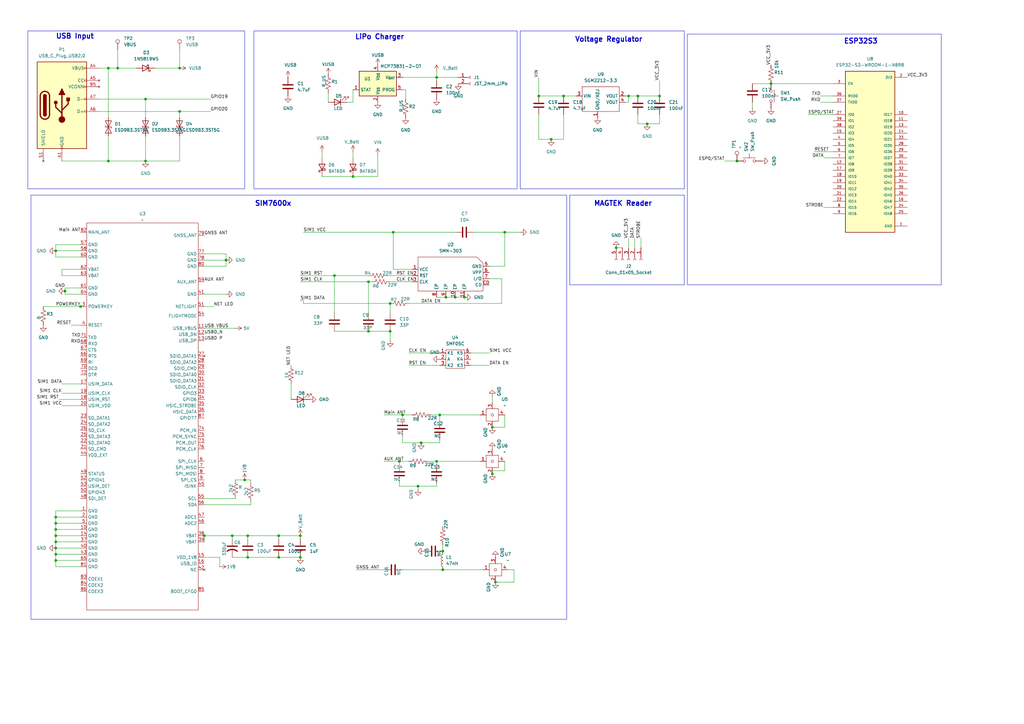
<source format=kicad_sch>
(kicad_sch (version 20250114) (generator "eeschema") (generator_version "9.0")
  (paper "A3")
  (title_block (title "Pos with lcd, magtek reader, esp32s3") (date "2025-12-18") (rev "V1") (company "Nyir"))
  (rectangle (start 213.36 12.7) (end 280.67 77.47))
  (rectangle (start 233.68 80.01) (end 280.67 116.84))
  (rectangle (start 11.43 12.7) (end 100.33 77.47))
  (rectangle (start 12.7 80.01) (end 232.41 254))
  (rectangle (start 281.94 13.97) (end 386.08 116.84))
  (rectangle (start 104.14 12.7) (end 212.09 77.47))
  (text "LiPo Charger" (at 155.702 15.24 0) (effects (font (size 2.032 2.032) (thickness 0.4064) (bold yes))))
  (text "Voltage Regulator\n" (at 249.682 16.256 0) (effects (font (size 2.032 2.032) (thickness 0.4064) (bold yes))))
  (text "ESP32S3\n" (at 353.06 17.018 0) (effects (font (size 2.032 2.032) (thickness 0.4064) (bold yes))))
  (text "MAGTEK Reader\n" (at 255.524 83.566 0) (effects (font (size 2.032 2.032) (thickness 0.4064) (bold yes))))
  (text "SIM7600x\n" (at 112.014 83.566 0) (effects (font (size 2.032 2.032) (thickness 0.4064) (bold yes))))
  (text "USB Input" (at 30.734 14.986 0) (effects (font (size 2.032 2.032) (thickness 0.4064) (bold yes))))
  (junction (at 179.07 189.23))
  (junction (at 182.88 121.92))
  (junction (at 203.2 238.76))
  (junction (at 151.13 115.57))
  (junction (at 83.82 219.71))
  (junction (at 44.45 27.94))
  (junction (at 171.45 199.39))
  (junction (at 48.26 27.94))
  (junction (at 190.5 121.92))
  (junction (at 220.98 39.37))
  (junction (at 302.26 66.04))
  (junction (at 26.67 119.38))
  (junction (at 265.43 50.8))
  (junction (at 163.83 189.23))
  (junction (at 92.71 106.68))
  (junction (at 22.86 224.79))
  (junction (at 252.73 101.6))
  (junction (at 201.93 194.31))
  (junction (at 180.34 170.18))
  (junction (at 172.72 181.61))
  (junction (at 257.81 39.37))
  (junction (at 22.86 219.71))
  (junction (at 22.86 214.63))
  (junction (at 181.61 233.68))
  (junction (at 22.86 217.17))
  (junction (at 144.78 72.39))
  (junction (at 316.23 34.29))
  (junction (at 22.86 222.25))
  (junction (at 201.93 175.26))
  (junction (at 186.69 121.92))
  (junction (at 226.06 57.15))
  (junction (at 22.86 102.87))
  (junction (at 114.3 219.71))
  (junction (at 161.29 95.25))
  (junction (at 22.86 227.33))
  (junction (at 44.45 66.04))
  (junction (at 165.1 170.18))
  (junction (at 59.69 66.04))
  (junction (at 59.69 40.64))
  (junction (at 181.61 226.06))
  (junction (at 270.51 39.37))
  (junction (at 73.66 45.72))
  (junction (at 73.66 27.94))
  (junction (at 151.13 135.89))
  (junction (at 22.86 229.87))
  (junction (at 101.6 228.6))
  (junction (at 160.02 124.46))
  (junction (at 261.62 39.37))
  (junction (at 100.33 196.85))
  (junction (at 179.07 31.75))
  (junction (at 231.14 39.37))
  (junction (at 101.6 219.71))
  (junction (at 207.01 95.25))
  (junction (at 160.02 135.89))
  (junction (at 22.86 212.09))
  (junction (at 33.02 125.73))
  (junction (at 95.25 219.71))
  (junction (at 123.19 228.6))
  (junction (at 114.3 228.6))
  (junction (at 137.16 113.03))
  (junction (at 123.19 219.71))
  (wire (pts (xy 157.48 189.23) (xy 163.83 189.23)))
  (wire (pts (xy 40.64 27.94) (xy 44.45 27.94)))
  (wire (pts (xy 22.86 219.71) (xy 22.86 222.25)))
  (wire (pts (xy 22.86 222.25) (xy 22.86 224.79)))
  (wire (pts (xy 220.98 46.99) (xy 220.98 57.15)))
  (wire (pts (xy 270.51 46.99) (xy 270.51 50.8)))
  (wire (pts (xy 137.16 113.03) (xy 137.16 128.27)))
  (wire (pts (xy 165.1 181.61) (xy 172.72 181.61)))
  (wire (pts (xy 101.6 228.6) (xy 114.3 228.6)))
  (wire (pts (xy 144.78 62.23) (xy 144.78 64.77)))
  (wire (pts (xy 152.4 115.57) (xy 151.13 115.57)))
  (wire (pts (xy 44.45 55.88) (xy 44.45 66.04)))
  (wire (pts (xy 208.28 233.68) (xy 210.82 233.68)))
  (wire (pts (xy 92.71 120.65) (xy 83.82 120.65)))
  (wire (pts (xy 151.13 135.89) (xy 160.02 135.89)))
  (wire (pts (xy 186.69 121.92) (xy 190.5 121.92)))
  (wire (pts (xy 336.55 41.91) (xy 341.63 41.91)))
  (wire (pts (xy 95.25 219.71) (xy 83.82 219.71)))
  (wire (pts (xy 92.71 109.22) (xy 83.82 109.22)))
  (wire (pts (xy 171.45 199.39) (xy 171.45 200.66)))
  (wire (pts (xy 73.66 20.32) (xy 73.66 27.94)))
  (wire (pts (xy 181.61 233.68) (xy 165.1 233.68)))
  (wire (pts (xy 270.51 50.8) (xy 265.43 50.8)))
  (wire (pts (xy 22.86 217.17) (xy 33.02 217.17)))
  (wire (pts (xy 257.81 97.79) (xy 257.81 101.6)))
  (wire (pts (xy 83.82 219.71) (xy 83.82 222.25)))
  (wire (pts (xy 157.48 170.18) (xy 165.1 170.18)))
  (wire (pts (xy 160.02 139.7) (xy 160.02 135.89)))
  (wire (pts (xy 207.01 193.04) (xy 201.93 193.04)))
  (wire (pts (xy 297.18 66.04) (xy 302.26 66.04)))
  (wire (pts (xy 29.21 133.35) (xy 33.02 133.35)))
  (wire (pts (xy 22.86 229.87) (xy 22.86 232.41)))
  (wire (pts (xy 73.66 55.88) (xy 73.66 66.04)))
  (wire (pts (xy 33.02 118.11) (xy 26.67 118.11)))
  (wire (pts (xy 270.51 33.02) (xy 270.51 39.37)))
  (wire (pts (xy 90.17 232.41) (xy 90.17 228.6)))
  (wire (pts (xy 154.94 72.39) (xy 144.78 72.39)))
  (wire (pts (xy 210.82 233.68) (xy 210.82 238.76)))
  (wire (pts (xy 22.86 209.55) (xy 22.86 212.09)))
  (wire (pts (xy 73.66 66.04) (xy 59.69 66.04)))
  (wire (pts (xy 165.1 36.83) (xy 166.37 36.83)))
  (wire (pts (xy 163.83 189.23) (xy 167.64 189.23)))
  (wire (pts (xy 160.02 115.57) (xy 168.91 115.57)))
  (wire (pts (xy 144.78 41.91) (xy 144.78 36.83)))
  (wire (pts (xy 154.94 63.5) (xy 154.94 72.39)))
  (wire (pts (xy 180.34 181.61) (xy 180.34 180.34)))
  (wire (pts (xy 256.54 39.37) (xy 257.81 39.37)))
  (wire (pts (xy 179.07 31.75) (xy 187.96 31.75)))
  (wire (pts (xy 83.82 104.14) (xy 92.71 104.14)))
  (wire (pts (xy 137.16 135.89) (xy 151.13 135.89)))
  (wire (pts (xy 86.36 40.64) (xy 59.69 40.64)))
  (wire (pts (xy 134.62 38.1) (xy 134.62 41.91)))
  (wire (pts (xy 22.86 214.63) (xy 22.86 217.17)))
  (wire (pts (xy 161.29 110.49) (xy 168.91 110.49)))
  (wire (pts (xy 151.13 115.57) (xy 151.13 128.27)))
  (wire (pts (xy 90.17 228.6) (xy 83.82 228.6)))
  (wire (pts (xy 337.82 85.09) (xy 341.63 85.09)))
  (wire (pts (xy 142.24 41.91) (xy 144.78 41.91)))
  (wire (pts (xy 86.36 45.72) (xy 73.66 45.72)))
  (wire (pts (xy 182.88 121.92) (xy 186.69 121.92)))
  (wire (pts (xy 158.75 113.03) (xy 168.91 113.03)))
  (wire (pts (xy 25.4 157.48) (xy 33.02 157.48)))
  (wire (pts (xy 59.69 66.04) (xy 44.45 66.04)))
  (wire (pts (xy 102.87 207.01) (xy 83.82 207.01)))
  (wire (pts (xy 123.19 123.19) (xy 124.46 123.19)))
  (wire (pts (xy 83.82 134.62) (xy 96.52 134.62)))
  (wire (pts (xy 101.6 219.71) (xy 114.3 219.71)))
  (wire (pts (xy 44.45 66.04) (xy 25.4 66.04)))
  (wire (pts (xy 101.6 220.98) (xy 101.6 219.71)))
  (wire (pts (xy 201.93 175.26) (xy 207.01 175.26)))
  (wire (pts (xy 256.54 41.91) (xy 257.81 41.91)))
  (wire (pts (xy 114.3 228.6) (xy 123.19 228.6)))
  (wire (pts (xy 171.45 199.39) (xy 179.07 199.39)))
  (wire (pts (xy 22.86 217.17) (xy 22.86 219.71)))
  (wire (pts (xy 124.46 95.25) (xy 161.29 95.25)))
  (wire (pts (xy 193.04 149.86) (xy 200.66 149.86)))
  (wire (pts (xy 73.66 45.72) (xy 73.66 48.26)))
  (wire (pts (xy 316.23 34.29) (xy 341.63 34.29)))
  (wire (pts (xy 132.08 62.23) (xy 132.08 64.77)))
  (wire (pts (xy 25.4 161.29) (xy 33.02 161.29)))
  (wire (pts (xy 167.64 124.46) (xy 205.74 124.46)))
  (wire (pts (xy 95.25 228.6) (xy 101.6 228.6)))
  (wire (pts (xy 231.14 39.37) (xy 236.22 39.37)))
  (wire (pts (xy 87.63 125.73) (xy 83.82 125.73)))
  (wire (pts (xy 24.13 163.83) (xy 33.02 163.83)))
  (wire (pts (xy 160.02 124.46) (xy 160.02 128.27)))
  (wire (pts (xy 124.46 124.46) (xy 160.02 124.46)))
  (wire (pts (xy 220.98 31.75) (xy 220.98 39.37)))
  (wire (pts (xy 48.26 20.32) (xy 48.26 27.94)))
  (wire (pts (xy 101.6 219.71) (xy 95.25 219.71)))
  (wire (pts (xy 124.46 123.19) (xy 124.46 124.46)))
  (wire (pts (xy 260.35 97.79) (xy 260.35 101.6)))
  (wire (pts (xy 22.86 232.41) (xy 33.02 232.41)))
  (wire (pts (xy 22.86 229.87) (xy 33.02 229.87)))
  (wire (pts (xy 123.19 220.98) (xy 123.19 219.71)))
  (wire (pts (xy 40.64 40.64) (xy 59.69 40.64)))
  (wire (pts (xy 337.82 64.77) (xy 341.63 64.77)))
  (wire (pts (xy 114.3 220.98) (xy 114.3 219.71)))
  (wire (pts (xy 25.4 113.03) (xy 33.02 113.03)))
  (wire (pts (xy 22.86 102.87) (xy 33.02 102.87)))
  (wire (pts (xy 22.86 212.09) (xy 22.86 214.63)))
  (wire (pts (xy 262.89 97.79) (xy 262.89 101.6)))
  (wire (pts (xy 26.67 120.65) (xy 33.02 120.65)))
  (wire (pts (xy 25.4 110.49) (xy 25.4 113.03)))
  (wire (pts (xy 163.83 199.39) (xy 171.45 199.39)))
  (wire (pts (xy 44.45 27.94) (xy 48.26 27.94)))
  (wire (pts (xy 123.19 115.57) (xy 151.13 115.57)))
  (wire (pts (xy 33.02 125.73) (xy 34.29 125.73)))
  (wire (pts (xy 22.86 227.33) (xy 22.86 229.87)))
  (wire (pts (xy 165.1 171.45) (xy 165.1 170.18)))
  (wire (pts (xy 167.64 144.78) (xy 180.34 144.78)))
  (wire (pts (xy 220.98 39.37) (xy 231.14 39.37)))
  (wire (pts (xy 26.67 118.11) (xy 26.67 119.38)))
  (wire (pts (xy 165.1 170.18) (xy 168.91 170.18)))
  (wire (pts (xy 17.78 125.73) (xy 33.02 125.73)))
  (wire (pts (xy 257.81 39.37) (xy 261.62 39.37)))
  (wire (pts (xy 146.05 233.68) (xy 157.48 233.68)))
  (wire (pts (xy 207.01 189.23) (xy 207.01 193.04)))
  (wire (pts (xy 210.82 238.76) (xy 203.2 238.76)))
  (wire (pts (xy 261.62 50.8) (xy 265.43 50.8)))
  (wire (pts (xy 151.13 113.03) (xy 137.16 113.03)))
  (wire (pts (xy 22.86 100.33) (xy 22.86 102.87)))
  (wire (pts (xy 33.02 110.49) (xy 25.4 110.49)))
  (wire (pts (xy 123.19 219.71) (xy 114.3 219.71)))
  (wire (pts (xy 207.01 95.25) (xy 194.31 95.25)))
  (wire (pts (xy 334.01 62.23) (xy 341.63 62.23)))
  (wire (pts (xy 33.02 209.55) (xy 22.86 209.55)))
  (wire (pts (xy 92.71 104.14) (xy 92.71 106.68)))
  (wire (pts (xy 102.87 196.85) (xy 102.87 198.12)))
  (wire (pts (xy 26.67 119.38) (xy 26.67 120.65)))
  (wire (pts (xy 336.55 39.37) (xy 341.63 39.37)))
  (wire (pts (xy 207.01 109.22) (xy 207.01 95.25)))
  (wire (pts (xy 92.71 106.68) (xy 92.71 109.22)))
  (wire (pts (xy 102.87 207.01) (xy 102.87 205.74)))
  (wire (pts (xy 261.62 39.37) (xy 270.51 39.37)))
  (wire (pts (xy 181.61 223.52) (xy 181.61 226.06)))
  (wire (pts (xy 179.07 189.23) (xy 196.85 189.23)))
  (wire (pts (xy 59.69 40.64) (xy 59.69 48.26)))
  (wire (pts (xy 201.93 162.56) (xy 201.93 165.1)))
  (wire (pts (xy 22.86 224.79) (xy 33.02 224.79)))
  (wire (pts (xy 123.19 113.03) (xy 137.16 113.03)))
  (wire (pts (xy 167.64 149.86) (xy 180.34 149.86)))
  (wire (pts (xy 96.52 196.85) (xy 100.33 196.85)))
  (wire (pts (xy 22.86 222.25) (xy 33.02 222.25)))
  (wire (pts (xy 231.14 57.15) (xy 226.06 57.15)))
  (wire (pts (xy 205.74 124.46) (xy 205.74 114.3)))
  (wire (pts (xy 22.86 224.79) (xy 22.86 227.33)))
  (wire (pts (xy 205.74 114.3) (xy 200.66 114.3)))
  (wire (pts (xy 83.82 106.68) (xy 92.71 106.68)))
  (wire (pts (xy 132.08 72.39) (xy 144.78 72.39)))
  (wire (pts (xy 176.53 170.18) (xy 180.34 170.18)))
  (wire (pts (xy 331.47 46.99) (xy 341.63 46.99)))
  (wire (pts (xy 179.07 199.39) (xy 179.07 198.12)))
  (wire (pts (xy 231.14 46.99) (xy 231.14 57.15)))
  (wire (pts (xy 180.34 181.61) (xy 172.72 181.61)))
  (wire (pts (xy 180.34 170.18) (xy 196.85 170.18)))
  (wire (pts (xy 213.36 95.25) (xy 207.01 95.25)))
  (wire (pts (xy 33.02 100.33) (xy 22.86 100.33)))
  (wire (pts (xy 179.07 121.92) (xy 182.88 121.92)))
  (wire (pts (xy 48.26 27.94) (xy 55.88 27.94)))
  (wire (pts (xy 308.61 34.29) (xy 316.23 34.29)))
  (wire (pts (xy 44.45 27.94) (xy 44.45 48.26)))
  (wire (pts (xy 200.66 109.22) (xy 207.01 109.22)))
  (wire (pts (xy 226.06 57.15) (xy 220.98 57.15)))
  (wire (pts (xy 181.61 233.68) (xy 198.12 233.68)))
  (wire (pts (xy 252.73 101.6) (xy 255.27 101.6)))
  (wire (pts (xy 193.04 144.78) (xy 200.66 144.78)))
  (wire (pts (xy 207.01 170.18) (xy 207.01 175.26)))
  (wire (pts (xy 179.07 189.23) (xy 179.07 190.5)))
  (wire (pts (xy 22.86 227.33) (xy 33.02 227.33)))
  (wire (pts (xy 308.61 44.45) (xy 308.61 41.91)))
  (wire (pts (xy 83.82 204.47) (xy 96.52 204.47)))
  (wire (pts (xy 180.34 172.72) (xy 180.34 170.18)))
  (wire (pts (xy 165.1 179.07) (xy 165.1 181.61)))
  (wire (pts (xy 22.86 102.87) (xy 22.86 105.41)))
  (wire (pts (xy 163.83 199.39) (xy 163.83 198.12)))
  (wire (pts (xy 25.4 166.37) (xy 33.02 166.37)))
  (wire (pts (xy 179.07 31.75) (xy 179.07 33.02)))
  (wire (pts (xy 119.38 157.48) (xy 119.38 163.83)))
  (wire (pts (xy 59.69 55.88) (xy 59.69 66.04)))
  (wire (pts (xy 161.29 95.25) (xy 186.69 95.25)))
  (wire (pts (xy 165.1 31.75) (xy 179.07 31.75)))
  (wire (pts (xy 166.37 36.83) (xy 166.37 40.64)))
  (wire (pts (xy 63.5 27.94) (xy 73.66 27.94)))
  (wire (pts (xy 22.86 105.41) (xy 33.02 105.41)))
  (wire (pts (xy 95.25 220.98) (xy 95.25 219.71)))
  (wire (pts (xy 100.33 196.85) (xy 102.87 196.85)))
  (wire (pts (xy 261.62 46.99) (xy 261.62 50.8)))
  (wire (pts (xy 22.86 212.09) (xy 33.02 212.09)))
  (wire (pts (xy 179.07 29.21) (xy 179.07 31.75)))
  (wire (pts (xy 257.81 41.91) (xy 257.81 39.37)))
  (wire (pts (xy 22.86 214.63) (xy 33.02 214.63)))
  (wire (pts (xy 163.83 190.5) (xy 163.83 189.23)))
  (wire (pts (xy 40.64 45.72) (xy 73.66 45.72)))
  (wire (pts (xy 22.86 219.71) (xy 33.02 219.71)))
  (wire (pts (xy 201.93 193.04) (xy 201.93 194.31)))
  (wire (pts (xy 175.26 189.23) (xy 179.07 189.23)))
  (wire (pts (xy 161.29 95.25) (xy 161.29 110.49)))
  (label "RESET" (at 29.21 133.35 180))
  (label "SIM1 VCC" (at 200.66 144.78 0))
  (label "AUX ANT" (at 157.48 189.23 0))
  (label "STROBE" (at 337.82 85.09 180))
  (label "USBD P" (at 83.82 139.7 0))
  (label "SIM1 RST" (at 123.19 113.03 0))
  (label "DATA EN" (at 200.66 149.86 0))
  (label "NET LED" (at 119.38 149.86 90))
  (label "CLK EN" (at 167.64 144.78 0))
  (label "CLK EN" (at 162.56 115.57 0))
  (label "Main ANT" (at 33.02 95.25 180))
  (label "SIM1 DATA" (at 123.19 123.19 0))
  (label "TXD" (at 33.02 138.43 180))
  (label "GND" (at 26.67 118.11 180))
  (label "DATA" (at 337.82 64.77 180))
  (label "GPIO20" (at 86.36 45.72 0))
  (label "GNSS ANT" (at 146.05 233.68 0))
  (label "USB VBUS" (at 83.82 134.62 0))
  (label "" (at 345.44 45.72 270))
  (label "VCC_3V3" (at 316.23 26.67 90))
  (label "RXD" (at 336.55 41.91 180))
  (label "ESP0{slash}STAT" (at 331.47 46.99 0))
  (label "VCC_3V3" (at 270.51 33.02 90))
  (label "ESP0{slash}STAT" (at 297.18 66.04 180))
  (label "NET LED" (at 87.63 125.73 0))
  (label "GNSS ANT" (at 83.82 96.52 0))
  (label "RXD" (at 33.02 140.97 180))
  (label "TXD" (at 336.55 39.37 180))
  (label "AUX ANT" (at 83.82 115.57 0))
  (label "STROBE" (at 262.89 97.79 90))
  (label "Main ANT" (at 157.48 170.18 0))
  (label "DATA" (at 260.35 97.79 90))
  (label "USBD_N" (at 83.82 137.16 0))
  (label "RESET" (at 334.01 62.23 0))
  (label "SIM1 CLK" (at 123.19 115.57 0))
  (label "VCC_3V3" (at 257.81 97.79 90))
  (label "POWERKEY" (at 33.02 125.73 180))
  (label "SIM1 VCC" (at 124.46 95.25 0))
  (label "SIM1 RST" (at 24.13 163.83 180))
  (label "GPIO19" (at 86.36 40.64 0))
  (label "RST EN" (at 162.56 113.03 0))
  (label "VCC_3V3" (at 372.11 31.75 0))
  (label "SIM1 DATA" (at 25.4 157.48 180))
  (label "RST EN" (at 167.64 149.86 0))
  (label "SIM1 VCC" (at 25.4 166.37 180))
  (label "VIN" (at 220.98 31.75 90))
  (label "SIM1 CLK" (at 25.4 161.29 180))
  (label "DATA EN" (at 172.72 124.46 0))
  (symbol (lib_id "Device:C") (at 180.34 176.53 180) (unit 1)
    (property "Reference" "C12" (at 177.8 173.736 0) (effects (justify right)))
    (property "Value" "NC" (at 178.054 178.816 0) (effects (justify right)))
    (property "Footprint" "Capacitor_SMD:C_0805_2012Metric" (effects (hide yes)))
    (property "Description" "Unpolarized capacitor" (effects (hide yes)))
  )
  (symbol (lib_id "power:GND") (at 213.36 95.25 90) (unit 1)
    (property "Reference" "#PWR024" (effects (hide yes)))
    (property "Value" "GND" (at 217.17 95.2499 90) (effects (justify right)))
    (property "Description" "Power symbol creates a global label with name \"GND\" , ground" (effects (hide yes)))
  )
  (symbol (lib_id "power:GND") (at 160.02 139.7 0) (unit 1)
    (property "Reference" "#PWR026" (effects (hide yes)))
    (property "Value" "GND" (at 157.226 139.7 90) (effects (justify right)))
    (property "Description" "Power symbol creates a global label with name \"GND\" , ground" (effects (hide yes)))
  )
  (symbol (lib_id "power:GND") (at 92.71 106.68 90) (unit 1)
    (property "Reference" "#PWR016" (effects (hide yes)))
    (property "Value" "GND" (at 96.52 106.6799 90) (effects (justify right)))
    (property "Description" "Power symbol creates a global label with name \"GND\" , ground" (effects (hide yes)))
  )
  (symbol (lib_id "Connector:Conn_01x02_Socket") (at 193.04 31.75 0) (unit 1)
    (property "Reference" "J1" (at 194.31 31.7499 0) (effects (justify left)))
    (property "Value" "JST_2mm_LiPo" (at 194.31 34.2899 0) (effects (justify left)))
    (property "Footprint" "Connector_TE-Connectivity:TE_440054-2_1x02_P2.00mm_Vertical" (effects (hide yes)))
    (property "Description" "Generic connector, single row, 01x02, script generated" (effects (hide yes)))
  )
  (symbol (lib_id "Connector:TestPoint") (at 302.26 66.04 0) (unit 1)
    (property "Reference" "TP1" (at 300.9899 60.96 90) (effects (justify left)))
    (property "Value" "~" (at 303.5299 60.96 90) (effects (justify left)))
    (property "Description" "test point" (effects (hide yes)))
  )
  (symbol (lib_id "power:VCC") (at 123.19 219.71 0) (unit 1)
    (property "Reference" "#PWR020" (effects (hide yes)))
    (property "Value" "V_Batt" (at 123.19 216.916 90) (effects (justify left)))
    (property "Description" "Power symbol creates a global label with name \"VCC\"" (effects (hide yes)))
  )
  (symbol (lib_id "Device:R_US") (at 156.21 115.57 90) (unit 1)
    (property "Reference" "R6" (at 155.448 117.348 90) (effects (justify left)))
    (property "Value" "22R" (at 162.814 116.84 90) (effects (justify left)))
    (property "Description" "Resistor, US symbol" (effects (hide yes)))
  )
  (symbol (lib_id "power:GND") (at 171.45 200.66 0) (unit 1)
    (property "Reference" "#PWR029" (effects (hide yes)))
    (property "Value" "GND" (at 168.656 200.66 90) (effects (justify right)))
    (property "Description" "Power symbol creates a global label with name \"GND\" , ground" (effects (hide yes)))
  )
  (symbol (lib_id "Device:C") (at 151.13 132.08 180) (unit 1)
    (property "Reference" "C9" (at 148.59 129.286 0) (effects (justify right)))
    (property "Value" "33P" (at 148.844 134.366 0) (effects (justify right)))
    (property "Footprint" "Capacitor_SMD:C_0805_2012Metric" (effects (hide yes)))
    (property "Description" "Unpolarized capacitor" (effects (hide yes)))
  )
  (symbol (lib_id "Device:C") (at 137.16 132.08 180) (unit 1)
    (property "Reference" "C8" (at 128.524 130.048 0) (effects (justify right)))
    (property "Value" "33P" (at 128.524 132.588 0) (effects (justify right)))
    (property "Footprint" "Capacitor_SMD:C_0805_2012Metric" (effects (hide yes)))
    (property "Description" "Unpolarized capacitor" (effects (hide yes)))
  )
  (symbol (lib_id "Device:C") (at 220.98 43.18 0) (unit 1)
    (property "Reference" "C19" (at 224.79 41.9099 0) (effects (justify left)))
    (property "Value" "4.7uF" (at 224.79 44.4499 0) (effects (justify left)))
    (property "Description" "Unpolarized capacitor" (effects (hide yes)))
  )
  (symbol (lib_id "Device:LED") (at 123.19 163.83 180) (unit 1)
    (property "Reference" "D8" (at 123.698 161.29 0))
    (property "Value" "LED" (at 123.444 166.37 0))
    (property "Footprint" "LED_SMD:LED_0805_2012Metric" (effects (hide yes)))
    (property "Description" "Light emitting diode" (effects (hide yes)))
    (property "Sim.Pins" "1=K 2=A" (effects (hide yes)))
  )
  (symbol (lib_id "Diode:ESD9B3.3ST5G") (at 59.69 52.07 90) (unit 1)
    (property "Reference" "D2" (at 62.23 50.7999 90) (effects (justify right)))
    (property "Value" "ESD9B3.3ST5G" (at 62.23 53.3399 90) (effects (justify right)))
    (property "Footprint" "Diode_SMD:D_SOD-923" (effects (hide yes)))
    (property "Datasheet" "https://www.onsemi.com/pub/Collateral/ESD9B-D.PDF" (effects (hide yes)))
    (property "Description" "ESD protection diode, 3.3Vrwm, SOD-923" (effects (hide yes)))
  )
  (symbol (lib_id "power:VCC") (at 154.94 63.5 0) (unit 1)
    (property "Reference" "#PWR043" (effects (hide yes)))
    (property "Value" "VIN" (at 154.94 58.42 0))
    (property "Description" "Power symbol creates a global label with name \"VCC\"" (effects (hide yes)))
  )
  (symbol (lib_id "POSproject:MAGTEK_connector") (at 257.81 106.68 270) (unit 1)
    (property "Reference" "J2" (at 257.81 109.22 90))
    (property "Value" "Conn_01x05_Socket" (at 257.81 111.76 90))
    (property "Footprint" "Connector_Molex:Molex_PicoBlade_53047-0510_1x05_P1.25mm_Vertical" (effects (hide yes)))
    (property "Description" "Generic connector, single row, 01x05, script generated" (effects (hide yes)))
  )
  (symbol (lib_id "Diode:1N5819WS") (at 59.69 27.94 180) (unit 1)
    (property "Reference" "D3" (at 60.0075 21.59 0))
    (property "Value" "1N5819WS" (at 60.0075 24.13 0))
    (property "Footprint" "Diode_SMD:D_SOD-323" (effects (hide yes)))
    (property "Datasheet" "https://datasheet.lcsc.com/lcsc/2204281430_Guangdong-Hottech-1N5819WS_C191023.pdf" (effects (hide yes)))
    (property "Description" "40V 600mV@1A 1A SOD-323 Schottky Barrier Diodes, SOD-323" (effects (hide yes)))
  )
  (symbol (lib_id "power:GND") (at 201.93 194.31 0) (unit 1)
    (property "Reference" "#PWR031" (effects (hide yes)))
    (property "Value" "GND" (at 199.136 194.31 90) (effects (justify right)))
    (property "Description" "Power symbol creates a global label with name \"GND\" , ground" (effects (hide yes)))
  )
  (symbol (lib_id "power:GND") (at 201.93 175.26 0) (unit 1)
    (property "Reference" "#PWR032" (effects (hide yes)))
    (property "Value" "GND" (at 199.136 175.26 90) (effects (justify right)))
    (property "Description" "Power symbol creates a global label with name \"GND\" , ground" (effects (hide yes)))
  )
  (symbol (lib_id "Device:C") (at 308.61 38.1 0) (unit 1)
    (property "Reference" "C17" (at 312.42 36.8299 0) (effects (justify left)))
    (property "Value" "100nF" (at 312.42 39.3699 0) (effects (justify left)))
    (property "Footprint" "Capacitor_SMD:C_0805_2012Metric" (effects (hide yes)))
    (property "Description" "Unpolarized capacitor" (effects (hide yes)))
  )
  (symbol (lib_id "POSproject:SIM_Card") (at 184.15 113.03 0) (unit 1)
    (property "Reference" "U2" (at 184.785 100.33 0))
    (property "Value" "SMN-303" (at 184.785 102.87 0))
  )
  (symbol (lib_id "Diode:ESD9B3.3ST5G") (at 44.45 52.07 90) (unit 1)
    (property "Reference" "D1" (at 46.99 50.7999 90) (effects (justify right)))
    (property "Value" "ESD9B3.3ST5G" (at 46.99 53.3399 90) (effects (justify right)))
    (property "Footprint" "Diode_SMD:D_SOD-923" (effects (hide yes)))
    (property "Datasheet" "https://www.onsemi.com/pub/Collateral/ESD9B-D.PDF" (effects (hide yes)))
    (property "Description" "ESD protection diode, 3.3Vrwm, SOD-923" (effects (hide yes)))
  )
  (symbol (lib_id "Device:R_US") (at 163.83 124.46 90) (unit 1)
    (property "Reference" "R7" (at 162.814 122.936 90) (effects (justify left)))
    (property "Value" "22R" (at 168.148 122.682 90) (effects (justify left)))
    (property "Description" "Resistor, US symbol" (effects (hide yes)))
  )
  (symbol (lib_id "power:GND") (at 201.93 184.15 180) (unit 1)
    (property "Reference" "#PWR033" (effects (hide yes)))
    (property "Value" "GND" (at 204.724 184.15 90) (effects (justify right)))
    (property "Description" "Power symbol creates a global label with name \"GND\" , ground" (effects (hide yes)))
  )
  (symbol (lib_id "Device:C") (at 101.6 224.79 0) (unit 1)
    (property "Reference" "C3" (at 105.41 223.5199 0) (effects (justify left)))
    (property "Value" "100uF" (at 105.41 226.0599 0) (effects (justify left)))
    (property "Footprint" "Capacitor_SMD:C_0805_2012Metric" (effects (hide yes)))
    (property "Description" "Unpolarized capacitor" (effects (hide yes)))
  )
  (symbol (lib_id "power:VCC") (at 144.78 62.23 0) (unit 1)
    (property "Reference" "#PWR044" (effects (hide yes)))
    (property "Value" "V_Batt" (at 141.224 58.166 0) (effects (justify left)))
    (property "Description" "Power symbol creates a global label with name \"VCC\"" (effects (hide yes)))
  )
  (symbol (lib_id "POSproject:BWIPX-4-0001E") (at 201.93 189.23 0) (unit 1)
    (property "Reference" "U6" (at 207.01 182.8098 0))
    (property "Value" "~" (at 207.01 185.3498 0))
  )
  (symbol (lib_id "Device:C") (at 231.14 43.18 0) (unit 1)
    (property "Reference" "C18" (at 234.95 41.9099 0) (effects (justify left)))
    (property "Value" "4.7uF" (at 234.95 44.4499 0) (effects (justify left)))
    (property "Description" "Unpolarized capacitor" (effects (hide yes)))
  )
  (symbol (lib_id "Device:C") (at 118.11 35.56 0) (unit 1)
    (property "Reference" "C1" (at 121.92 34.2899 0) (effects (justify left)))
    (property "Value" "4.7uF" (at 121.92 36.8299 0) (effects (justify left)))
    (property "Description" "Unpolarized capacitor" (effects (hide yes)))
  )
  (symbol (lib_id "Diode:ESD9B3.3ST5G") (at 73.66 52.07 90) (unit 1)
    (property "Reference" "D4" (at 76.2 50.7999 90) (effects (justify right)))
    (property "Value" "ESD9B3.3ST5G" (at 76.2 53.3399 90) (effects (justify right)))
    (property "Footprint" "Diode_SMD:D_SOD-923" (effects (hide yes)))
    (property "Datasheet" "https://www.onsemi.com/pub/Collateral/ESD9B-D.PDF" (effects (hide yes)))
    (property "Description" "ESD protection diode, 3.3Vrwm, SOD-923" (effects (hide yes)))
  )
  (symbol (lib_id "Device:R_US") (at 172.72 170.18 90) (unit 1)
    (property "Reference" "R8" (at 171.958 171.958 90) (effects (justify left)))
    (property "Value" "22R" (at 179.324 171.45 90) (effects (justify left)))
    (property "Description" "Resistor, US symbol" (effects (hide yes)))
  )
  (symbol (lib_id "Device:C_US") (at 95.25 224.79 0) (unit 1)
    (property "Reference" "C6" (at 96.012 222.504 0) (effects (justify left)))
    (property "Value" "330uF" (at 91.948 228.092 90) (effects (justify left)))
    (property "Footprint" "Capacitor_SMD:CP_Elec_10x12.5" (effects (hide yes)))
    (property "Description" "capacitor, US symbol" (effects (hide yes)))
  )
  (symbol (lib_id "power:GND") (at 179.07 40.64 0) (unit 1)
    (property "Reference" "#PWR011" (effects (hide yes)))
    (property "Value" "GND" (at 179.07 45.72 0))
    (property "Description" "Power symbol creates a global label with name \"GND\" , ground" (effects (hide yes)))
  )
  (symbol (lib_id "Device:C") (at 160.02 132.08 180) (unit 1)
    (property "Reference" "C10" (at 163.83 130.8099 0) (effects (justify right)))
    (property "Value" "33P" (at 163.83 133.3499 0) (effects (justify right)))
    (property "Footprint" "Capacitor_SMD:C_0805_2012Metric" (effects (hide yes)))
    (property "Description" "Unpolarized capacitor" (effects (hide yes)))
  )
  (symbol (lib_id "Connector:TestPoint") (at 48.26 20.32 0) (unit 1)
    (property "Reference" "TP2" (at 50.8 15.7479 0) (effects (justify left)))
    (property "Value" "VBUS" (at 50.8 18.2879 0) (effects (justify left)))
    (property "Description" "test point" (effects (hide yes)))
  )
  (symbol (lib_id "Device:R_US") (at 102.87 201.93 0) (unit 1)
    (property "Reference" "R5" (at 104.14 201.168 0) (effects (justify left)))
    (property "Value" "2k2" (at 101.092 203.454 90) (effects (justify left)))
    (property "Description" "Resistor, US symbol" (effects (hide yes)))
  )
  (symbol (lib_id "power:GND") (at 190.5 121.92 90) (unit 1)
    (property "Reference" "#PWR025" (effects (hide yes)))
    (property "Value" "GND" (at 194.31 121.9199 90) (effects (justify right)))
    (property "Description" "Power symbol creates a global label with name \"GND\" , ground" (effects (hide yes)))
  )
  (symbol (lib_id "Device:R_US") (at 17.78 129.54 0) (unit 1)
    (property "Reference" "R3" (at 19.05 128.778 0) (effects (justify left)))
    (property "Value" "0" (at 16.002 131.064 90) (effects (justify left)))
    (property "Description" "Resistor, US symbol" (effects (hide yes)))
  )
  (symbol (lib_id "power:GND") (at 123.19 228.6 0) (unit 1)
    (property "Reference" "#PWR021" (effects (hide yes)))
    (property "Value" "GND" (at 123.19 233.68 0))
    (property "Description" "Power symbol creates a global label with name \"GND\" , ground" (effects (hide yes)))
  )
  (symbol (lib_id "power:GND") (at 316.23 44.45 0) (unit 1)
    (property "Reference" "#PWR037" (effects (hide yes)))
    (property "Value" "GND" (at 316.23 49.53 0))
    (property "Description" "Power symbol creates a global label with name \"GND\" , ground" (effects (hide yes)))
  )
  (symbol (lib_id "Device:C") (at 179.07 194.31 180) (unit 1)
    (property "Reference" "C13" (at 176.53 191.516 0) (effects (justify right)))
    (property "Value" "NC" (at 176.784 196.596 0) (effects (justify right)))
    (property "Footprint" "Capacitor_SMD:C_0805_2012Metric" (effects (hide yes)))
    (property "Description" "Unpolarized capacitor" (effects (hide yes)))
  )
  (symbol (lib_id "Device:C") (at 270.51 43.18 0) (unit 1)
    (property "Reference" "C21" (at 274.32 41.9099 0) (effects (justify left)))
    (property "Value" "100nF" (at 274.32 44.4499 0) (effects (justify left)))
    (property "Footprint" "Capacitor_SMD:C_0805_2012Metric" (effects (hide yes)))
    (property "Description" "Unpolarized capacitor" (effects (hide yes)))
  )
  (symbol (lib_id "power:VCC") (at 179.07 29.21 0) (unit 1)
    (property "Reference" "#PWR010" (effects (hide yes)))
    (property "Value" "V_Batt" (at 181.61 27.9399 0) (effects (justify left)))
    (property "Description" "Power symbol creates a global label with name \"VCC\"" (effects (hide yes)))
  )
  (symbol (lib_id "power:GND") (at 17.78 133.35 0) (unit 1)
    (property "Reference" "#PWR015" (effects (hide yes)))
    (property "Value" "GND" (at 17.78 138.43 0))
    (property "Description" "Power symbol creates a global label with name \"GND\" , ground" (effects (hide yes)))
  )
  (symbol (lib_id "power:GND") (at 22.86 102.87 270) (unit 1)
    (property "Reference" "#PWR013" (effects (hide yes)))
    (property "Value" "GND" (at 19.05 102.8699 90) (effects (justify right)))
    (property "Description" "Power symbol creates a global label with name \"GND\" , ground" (effects (hide yes)))
  )
  (symbol (lib_id "power:GND") (at 265.43 50.8 0) (unit 1)
    (property "Reference" "#PWR042" (effects (hide yes)))
    (property "Value" "GND" (at 265.43 55.88 0))
    (property "Description" "Power symbol creates a global label with name \"GND\" , ground" (effects (hide yes)))
  )
  (symbol (lib_id "power:VCC") (at 134.62 30.48 0) (unit 1)
    (property "Reference" "#PWR06" (effects (hide yes)))
    (property "Value" "VUSB" (at 134.62 26.416 0))
    (property "Description" "Power symbol creates a global label with name \"VCC\"" (effects (hide yes)))
  )
  (symbol (lib_id "Device:C") (at 179.07 36.83 0) (unit 1)
    (property "Reference" "C2" (at 182.88 35.5599 0) (effects (justify left)))
    (property "Value" "100nF" (at 182.88 38.0999 0) (effects (justify left)))
    (property "Footprint" "Capacitor_SMD:C_0805_2012Metric" (effects (hide yes)))
    (property "Description" "Unpolarized capacitor" (effects (hide yes)))
  )
  (symbol (lib_id "Device:R_US") (at 134.62 34.29 0) (unit 1)
    (property "Reference" "R1" (at 135.89 33.528 0) (effects (justify left)))
    (property "Value" "R_US" (at 132.842 35.814 90) (effects (justify left)))
    (property "Footprint" "Connector_USB:USB_C_Receptacle_GCT_USB4105-xx-A_16P_TopMnt_Horizontal" (effects (hide yes)))
    (property "Description" "Resistor, US symbol" (effects (hide yes)))
  )
  (symbol (lib_id "power:GND") (at 312.42 66.04 90) (unit 1)
    (property "Reference" "#PWR039" (effects (hide yes)))
    (property "Value" "GND" (at 317.5 66.04 0))
    (property "Description" "Power symbol creates a global label with name \"GND\" , ground" (effects (hide yes)))
  )
  (symbol (lib_id "Device:R_US") (at 171.45 189.23 90) (unit 1)
    (property "Reference" "R9" (at 170.688 191.008 90) (effects (justify left)))
    (property "Value" "22R" (at 178.054 190.5 90) (effects (justify left)))
    (property "Description" "Resistor, US symbol" (effects (hide yes)))
  )
  (symbol (lib_id "Device:C") (at 163.83 194.31 180) (unit 1)
    (property "Reference" "C14" (at 161.29 191.516 0) (effects (justify right)))
    (property "Value" "NC" (at 161.544 196.596 0) (effects (justify right)))
    (property "Footprint" "Capacitor_SMD:C_0805_2012Metric" (effects (hide yes)))
    (property "Description" "Unpolarized capacitor" (effects (hide yes)))
  )
  (symbol (lib_id "Device:R_US") (at 181.61 219.71 180) (unit 1)
    (property "Reference" "R10" (at 183.388 220.472 90) (effects (justify left)))
    (property "Value" "22R" (at 182.88 213.106 90) (effects (justify left)))
    (property "Description" "Resistor, US symbol" (effects (hide yes)))
  )
  (symbol (lib_id "Device:LED") (at 138.43 41.91 180) (unit 1)
    (property "Reference" "D5" (at 138.938 39.37 0))
    (property "Value" "LED" (at 138.684 44.45 0))
    (property "Footprint" "LED_SMD:LED_0805_2012Metric" (effects (hide yes)))
    (property "Description" "Light emitting diode" (effects (hide yes)))
    (property "Sim.Pins" "1=K 2=A" (effects (hide yes)))
  )
  (symbol (lib_id "power:GND") (at 26.67 119.38 270) (unit 1)
    (property "Reference" "#PWR014" (effects (hide yes)))
    (property "Value" "GND" (at 22.86 119.3799 90) (effects (justify right)))
    (property "Description" "Power symbol creates a global label with name \"GND\" , ground" (effects (hide yes)))
  )
  (symbol (lib_id "Connector:USB_C_Plug_USB2.0") (at 25.4 43.18 0) (unit 1)
    (property "Reference" "P1" (at 25.4 20.32 0))
    (property "Value" "USB_C_Plug_USB2.0" (at 25.4 22.86 0))
    (property "Footprint" "Connector_USB:USB_C_Receptacle_GCT_USB4105-xx-A_16P_TopMnt_Horizontal" (effects (hide yes)))
    (property "Datasheet" "https://www.usb.org/sites/default/files/documents/usb_type-c.zip" (effects (hide yes)))
    (property "Description" "USB 2.0-only Type-C Plug connector" (effects (hide yes)))
  )
  (symbol (lib_name "SIM7600Cx_1") (lib_id "POSproject:SIM7600Cx") (at 35.56 90.17 0) (unit 1)
    (property "Reference" "U3" (at 58.42 87.63 0))
    (property "Value" "~" (at 58.42 90.17 0))
  )
  (symbol (lib_id "Device:R_US") (at 154.94 113.03 90) (unit 1)
    (property "Reference" "R4" (at 152.146 112.014 90) (effects (justify left)))
    (property "Value" "22R" (at 160.782 112.014 90) (effects (justify left)))
    (property "Description" "Resistor, US symbol" (effects (hide yes)))
  )
  (symbol (lib_id "Device:R_US") (at 119.38 153.67 0) (unit 1)
    (property "Reference" "R12" (at 120.65 152.908 0) (effects (justify left)))
    (property "Value" "1K" (at 117.602 155.194 90) (effects (justify left)))
    (property "Description" "Resistor, US symbol" (effects (hide yes)))
  )
  (symbol (lib_id "Switch:SW_Push") (at 307.34 66.04 0) (unit 1)
    (property "Reference" "SW2" (at 306.0699 62.23 90) (effects (justify left)))
    (property "Value" "SW_Push" (at 308.6099 62.23 90) (effects (justify left)))
    (property "Description" "Push button switch, generic, two pins" (effects (hide yes)))
  )
  (symbol (lib_id "Device:C") (at 161.29 233.68 270) (unit 1)
    (property "Reference" "C16" (at 158.496 236.22 0) (effects (justify right)))
    (property "Value" "NC" (at 163.576 235.966 0) (effects (justify right)))
    (property "Footprint" "Capacitor_SMD:C_0805_2012Metric" (effects (hide yes)))
    (property "Description" "Unpolarized capacitor" (effects (hide yes)))
  )
  (symbol (lib_id "power:GND") (at 92.71 120.65 90) (unit 1)
    (property "Reference" "#PWR017" (effects (hide yes)))
    (property "Value" "GND" (at 96.52 120.6499 90) (effects (justify right)))
    (property "Description" "Power symbol creates a global label with name \"GND\" , ground" (effects (hide yes)))
  )
  (symbol (lib_id "power:VCC") (at 154.94 26.67 0) (unit 1)
    (property "Reference" "#PWR07" (effects (hide yes)))
    (property "Value" "VUSB" (at 154.94 22.606 0))
    (property "Description" "Power symbol creates a global label with name \"VCC\"" (effects (hide yes)))
  )
  (symbol (lib_id "Device:R_US") (at 96.52 200.66 0) (unit 1)
    (property "Reference" "R" (at 97.79 199.898 0) (effects (justify left)))
    (property "Value" "2k2" (at 94.742 202.184 90) (effects (justify left)))
    (property "Description" "Resistor, US symbol" (effects (hide yes)))
  )
  (symbol (lib_id "Connector:TestPoint") (at 73.66 20.32 0) (unit 1)
    (property "Reference" "TP3" (at 76.2 15.7479 0) (effects (justify left)))
    (property "Value" "VUSB" (at 76.2 18.2879 0) (effects (justify left)))
    (property "Description" "test point" (effects (hide yes)))
  )
  (symbol (lib_id "power:GND") (at 245.11 48.26 0) (unit 1)
    (property "Reference" "#PWR041" (effects (hide yes)))
    (property "Value" "GND" (at 245.11 53.34 0))
    (property "Description" "Power symbol creates a global label with name \"GND\" , ground" (effects (hide yes)))
  )
  (symbol (lib_id "power:GND") (at 127 163.83 90) (unit 1)
    (property "Reference" "#PWR047" (effects (hide yes)))
    (property "Value" "GND" (at 130.81 163.8299 90) (effects (justify right)))
    (property "Description" "Power symbol creates a global label with name \"GND\" , ground" (effects (hide yes)))
  )
  (symbol (lib_id "power:GND") (at 180.34 147.32 270) (unit 1)
    (property "Reference" "#PWR027" (effects (hide yes)))
    (property "Value" "GND" (at 180.34 144.526 90) (effects (justify right)))
    (property "Description" "Power symbol creates a global label with name \"GND\" , ground" (effects (hide yes)))
  )
  (symbol (lib_id "power:GND") (at 201.93 162.56 180) (unit 1)
    (property "Reference" "#PWR030" (effects (hide yes)))
    (property "Value" "GND" (at 204.724 162.56 90) (effects (justify right)))
    (property "Description" "Power symbol creates a global label with name \"GND\" , ground" (effects (hide yes)))
  )
  (symbol (lib_id "Diode:BAT60A") (at 132.08 68.58 90) (unit 1)
    (property "Reference" "D6" (at 134.62 67.6274 90) (effects (justify right)))
    (property "Value" "BAT60A" (at 134.62 70.1674 90) (effects (justify right)))
    (property "Footprint" "Diode_SMD:D_SOD-323" (effects (hide yes)))
    (property "Datasheet" "https://www.infineon.com/dgdl/Infineon-BAT60ASERIES-DS-v01_01-en.pdf?fileId=db3a304313d846880113def70c9304a9" (effects (hide yes)))
    (property "Description" "10V 3A High Current Recitifier Schottky Diode, SOD-323" (effects (hide yes)))
  )
  (symbol (lib_id "power:GND") (at 308.61 44.45 0) (unit 1)
    (property "Reference" "#PWR038" (effects (hide yes)))
    (property "Value" "GND" (at 308.61 49.53 0))
    (property "Description" "Power symbol creates a global label with name \"GND\" , ground" (effects (hide yes)))
  )
  (symbol (lib_id "power:VCC") (at 100.33 196.85 0) (unit 1)
    (property "Reference" "#PWR019" (effects (hide yes)))
    (property "Value" "1V8" (at 100.33 194.056 90) (effects (justify left)))
    (property "Description" "Power symbol creates a global label with name \"VCC\"" (effects (hide yes)))
  )
  (symbol (lib_id "Device:R_US") (at 316.23 30.48 0) (unit 1)
    (property "Reference" "R11" (at 317.5 29.718 0) (effects (justify left)))
    (property "Value" "10k" (at 318.516 28.194 90) (effects (justify left)))
    (property "Description" "Resistor, US symbol" (effects (hide yes)))
  )
  (symbol (lib_id "Device:C") (at 177.8 226.06 270) (unit 1)
    (property "Reference" "C15" (at 175.006 228.6 0) (effects (justify right)))
    (property "Value" "NC" (at 180.086 228.346 0) (effects (justify right)))
    (property "Footprint" "Capacitor_SMD:C_0805_2012Metric" (effects (hide yes)))
    (property "Description" "Unpolarized capacitor" (effects (hide yes)))
  )
  (symbol (lib_id "power:GND") (at 187.96 34.29 0) (unit 1)
    (property "Reference" "#PWR012" (effects (hide yes)))
    (property "Value" "GND" (at 187.96 39.37 0))
    (property "Description" "Power symbol creates a global label with name \"GND\" , ground" (effects (hide yes)))
  )
  (symbol (lib_id "power:GND") (at 118.11 39.37 0) (unit 1)
    (property "Reference" "#PWR05" (effects (hide yes)))
    (property "Value" "GND" (at 118.11 44.45 0))
    (property "Description" "Power symbol creates a global label with name \"GND\" , ground" (effects (hide yes)))
  )
  (symbol (lib_id "power:GND") (at 203.2 238.76 0) (unit 1)
    (property "Reference" "#PWR036" (effects (hide yes)))
    (property "Value" "GND" (at 200.406 238.76 90) (effects (justify right)))
    (property "Description" "Power symbol creates a global label with name \"GND\" , ground" (effects (hide yes)))
  )
  (symbol (lib_id "power:GND") (at 59.69 66.04 0) (unit 1)
    (property "Reference" "#PWR01" (effects (hide yes)))
    (property "Value" "GND" (at 59.69 71.12 0))
    (property "Description" "Power symbol creates a global label with name \"GND\" , ground" (effects (hide yes)))
  )
  (symbol (lib_id "POSproject:BWIPX-4-0001E") (at 201.93 170.18 0) (unit 1)
    (property "Reference" "U5" (at 207.01 163.7598 0))
    (property "Value" "~" (at 207.01 166.2998 0))
  )
  (symbol (lib_id "Switch:SW_Push") (at 316.23 39.37 270) (unit 1)
    (property "Reference" "SW1" (at 320.04 38.0999 90) (effects (justify left)))
    (property "Value" "SW_Push" (at 320.04 40.6399 90) (effects (justify left)))
    (property "Description" "Push button switch, generic, two pins" (effects (hide yes)))
  )
  (symbol (lib_id "Device:C") (at 261.62 43.18 0) (unit 1)
    (property "Reference" "C20" (at 265.43 41.9099 0) (effects (justify left)))
    (property "Value" "100nF" (at 265.43 44.4499 0) (effects (justify left)))
    (property "Footprint" "Capacitor_SMD:C_0805_2012Metric" (effects (hide yes)))
    (property "Description" "Unpolarized capacitor" (effects (hide yes)))
  )
  (symbol (lib_id "power:VCC") (at 132.08 62.23 0) (unit 1)
    (property "Reference" "#PWR045" (effects (hide yes)))
    (property "Value" "VUSB" (at 132.334 56.642 0))
    (property "Description" "Power symbol creates a global label with name \"VCC\"" (effects (hide yes)))
  )
  (symbol (lib_id "power:GND") (at 203.2 228.6 180) (unit 1)
    (property "Reference" "#PWR035" (effects (hide yes)))
    (property "Value" "GND" (at 205.994 228.6 90) (effects (justify right)))
    (property "Description" "Power symbol creates a global label with name \"GND\" , ground" (effects (hide yes)))
  )
  (symbol (lib_id "power:GND") (at 172.72 181.61 0) (unit 1)
    (property "Reference" "#PWR028" (effects (hide yes)))
    (property "Value" "GND" (at 169.926 181.61 90) (effects (justify right)))
    (property "Description" "Power symbol creates a global label with name \"GND\" , ground" (effects (hide yes)))
  )
  (symbol (lib_id "power:GND") (at 154.94 41.91 0) (unit 1)
    (property "Reference" "#PWR08" (effects (hide yes)))
    (property "Value" "GND" (at 154.94 46.99 0))
    (property "Description" "Power symbol creates a global label with name \"GND\" , ground" (effects (hide yes)))
  )
  (symbol (lib_id "Device:C") (at 190.5 95.25 90) (unit 1)
    (property "Reference" "C7" (at 190.5 87.63 90))
    (property "Value" "104" (at 190.5 90.17 90))
    (property "Footprint" "Capacitor_SMD:C_0805_2012Metric" (effects (hide yes)))
    (property "Description" "Unpolarized capacitor" (effects (hide yes)))
  )
  (symbol (lib_id "POSproject:SMF05C") (at 186.69 147.32 0) (unit 1)
    (property "Reference" "U4" (at 186.69 138.43 0))
    (property "Value" "SMF05C" (at 186.69 140.97 0))
  )
  (symbol (lib_id "power:GND") (at 22.86 224.79 270) (unit 1)
    (property "Reference" "#PWR03" (effects (hide yes)))
    (property "Value" "GND" (at 19.05 224.7899 90) (effects (justify right)))
    (property "Description" "Power symbol creates a global label with name \"GND\" , ground" (effects (hide yes)))
  )
  (symbol (lib_id "Device:C") (at 123.19 224.79 0) (unit 1)
    (property "Reference" "C5" (at 127 223.5199 0) (effects (justify left)))
    (property "Value" "1uF" (at 127 226.0599 0) (effects (justify left)))
    (property "Footprint" "Capacitor_SMD:C_0805_2012Metric" (effects (hide yes)))
    (property "Description" "Unpolarized capacitor" (effects (hide yes)))
  )
  (symbol (lib_id "Device:L") (at 181.61 229.87 180) (unit 1)
    (property "Reference" "L1" (at 182.88 228.5999 0) (effects (justify right)))
    (property "Value" "47nH" (at 182.88 231.1399 0) (effects (justify right)))
    (property "Footprint" "Inductor_SMD:L_0805_2012Metric" (effects (hide yes)))
    (property "Description" "Inductor" (effects (hide yes)))
  )
  (symbol (lib_id "ESP32-S3-WROOM-1-N8R8:ESP32-S3-WROOM-1-N8R8") (at 356.87 62.23 0) (unit 1)
    (property "Reference" "U8" (at 356.87 24.13 0))
    (property "Value" "ESP32-S3-WROOM-1-N8R8" (at 356.87 26.67 0))
    (property "Footprint" "ESP32-S3-WROOM-1-N8R8:XCVR_ESP32S3WROOM1N8R8" (effects (hide yes)))
    (property "MF" "Espressif Systems" (effects (hide yes)))
    (property "DESCRIPTION" "Bluetooth, WiFi 802.11b/g/n, Bluetooth v5.0 Transceiver Module 2.4GHz PCB Trace Surface Mount" (effects (hide yes)))
    (property "PACKAGE" "SMD-41 Espressif Systems" (effects (hide yes)))
    (property "PRICE" "None" (effects (hide yes)))
    (property "Package" "NON STANDARD Espressif Systems" (effects (hide yes)))
    (property "Check_prices" "https://www.snapeda.com/parts/ESP32S3WROOM1N8R8/Espressif+Systems/view-part/?ref=eda" (effects (hide yes)))
    (property "Price" "None" (effects (hide yes)))
    (property "SnapEDA_Link" "https://www.snapeda.com/parts/ESP32S3WROOM1N8R8/Espressif+Systems/view-part/?ref=snap" (effects (hide yes)))
    (property "MP" "ESP32S3WROOM1N8R8" (effects (hide yes)))
    (property "Description_1" "Bluetooth, WiFi 802.11b/g/n, Bluetooth v5.0 Transceiver Module 2.4GHz PCB Trace Surface Mount" (effects (hide yes)))
    (property "Availability" "In Stock" (effects (hide yes)))
    (property "AVAILABILITY" "In Stock" (effects (hide yes)))
    (property "PURCHASE-URL" "https://pricing.snapeda.com/search/part/ESP32S3WROOM1N8R8/?ref=eda" (effects (hide yes)))
  )
  (symbol (lib_id "Battery_Management:MCP73831-2-OT") (at 154.94 34.29 0) (unit 1)
    (property "Reference" "U1" (at 149.352 32.258 0) (effects (justify left)))
    (property "Value" "MCP73831-2-OT" (at 155.956 27.178 0) (effects (justify left)))
    (property "Footprint" "Package_TO_SOT_SMD:SOT-23-5" (effects (hide yes)))
    (property "Datasheet" "http://ww1.microchip.com/downloads/en/DeviceDoc/20001984g.pdf" (effects (hide yes)))
    (property "Description" "Single cell, Li-Ion/Li-Po charge management controller, 4.20V, Tri-State Status Output, in SOT23-5 package" (effects (hide yes)))
  )
  (symbol (lib_id "Device:C") (at 114.3 224.79 0) (unit 1)
    (property "Reference" "C4" (at 118.11 223.5199 0) (effects (justify left)))
    (property "Value" "100uF" (at 118.11 226.0599 0) (effects (justify left)))
    (property "Footprint" "Capacitor_SMD:C_0805_2012Metric" (effects (hide yes)))
    (property "Description" "Unpolarized capacitor" (effects (hide yes)))
  )
  (symbol (lib_id "power:VCC") (at 90.17 232.41 270) (unit 1)
    (property "Reference" "#PWR022" (effects (hide yes)))
    (property "Value" "1V8" (at 92.964 232.41 90) (effects (justify left)))
    (property "Description" "Power symbol creates a global label with name \"VCC\"" (effects (hide yes)))
  )
  (symbol (lib_id "Device:R_US") (at 166.37 44.45 0) (unit 1)
    (property "Reference" "R2" (at 167.64 43.688 0) (effects (justify left)))
    (property "Value" "R_US" (at 164.592 45.974 90) (effects (justify left)))
    (property "Footprint" "Connector_USB:USB_C_Receptacle_GCT_USB4105-xx-A_16P_TopMnt_Horizontal" (effects (hide yes)))
    (property "Description" "Resistor, US symbol" (effects (hide yes)))
  )
  (symbol (lib_id "power:GND") (at 166.37 48.26 0) (unit 1)
    (property "Reference" "#PWR09" (effects (hide yes)))
    (property "Value" "GND" (at 166.37 53.34 0))
    (property "Description" "Power symbol creates a global label with name \"GND\" , ground" (effects (hide yes)))
  )
  (symbol (lib_id "power:VCC") (at 96.52 134.62 270) (unit 1)
    (property "Reference" "#PWR018" (effects (hide yes)))
    (property "Value" "5V" (at 99.822 134.62 90) (effects (justify left)))
    (property "Description" "Power symbol creates a global label with name \"VCC\"" (effects (hide yes)))
  )
  (symbol (lib_id "Diode:BAT60A") (at 144.78 68.58 90) (unit 1)
    (property "Reference" "D7" (at 147.32 67.6274 90) (effects (justify right)))
    (property "Value" "BAT60A" (at 147.32 70.1674 90) (effects (justify right)))
    (property "Footprint" "Diode_SMD:D_SOD-323" (effects (hide yes)))
    (property "Datasheet" "https://www.infineon.com/dgdl/Infineon-BAT60ASERIES-DS-v01_01-en.pdf?fileId=db3a304313d846880113def70c9304a9" (effects (hide yes)))
    (property "Description" "10V 3A High Current Recitifier Schottky Diode, SOD-323" (effects (hide yes)))
  )
  (symbol (lib_id "Device:C") (at 165.1 175.26 180) (unit 1)
    (property "Reference" "C11" (at 162.56 172.466 0) (effects (justify right)))
    (property "Value" "NC" (at 162.814 177.546 0) (effects (justify right)))
    (property "Footprint" "Capacitor_SMD:C_0805_2012Metric" (effects (hide yes)))
    (property "Description" "Unpolarized capacitor" (effects (hide yes)))
  )
  (symbol (lib_id "POSproject:SGM2212-3.3") (at 245.11 39.37 0) (unit 1)
    (property "Reference" "U9" (at 246.38 30.48 0))
    (property "Value" "SGM2212-3.3" (at 246.38 33.02 0))
    (property "Footprint" "Package_TO_SOT_SMD:SOT-223" (effects (hide yes)))
  )
  (symbol (lib_id "power:GND") (at 226.06 57.15 0) (unit 1)
    (property "Reference" "#PWR040" (effects (hide yes)))
    (property "Value" "GND" (at 226.06 62.23 0))
    (property "Description" "Power symbol creates a global label with name \"GND\" , ground" (effects (hide yes)))
  )
  (symbol (lib_id "power:GND") (at 173.99 226.06 270) (unit 1)
    (property "Reference" "#PWR034" (effects (hide yes)))
    (property "Value" "GND" (at 173.99 223.266 90) (effects (justify right)))
    (property "Description" "Power symbol creates a global label with name \"GND\" , ground" (effects (hide yes)))
  )
  (symbol (lib_id "power:VCC") (at 73.66 27.94 270) (unit 1)
    (property "Reference" "#PWR02" (effects (hide yes)))
    (property "Value" "VUSB" (at 77.47 27.9399 90) (effects (justify left)))
    (property "Description" "Power symbol creates a global label with name \"VCC\"" (effects (hide yes)))
  )
  (symbol (lib_id "power:GND") (at 252.73 101.6 180) (unit 1)
    (property "Reference" "#PWR046" (effects (hide yes)))
    (property "Value" "GND" (at 252.73 96.52 0))
    (property "Description" "Power symbol creates a global label with name \"GND\" , ground" (effects (hide yes)))
  )
  (symbol (lib_id "power:VCC") (at 118.11 31.75 0) (unit 1)
    (property "Reference" "#PWR04" (effects (hide yes)))
    (property "Value" "VUSB" (at 116.586 26.67 0) (effects (justify left)))
    (property "Description" "Power symbol creates a global label with name \"VCC\"" (effects (hide yes)))
  )
  (symbol (lib_id "POSproject:BWIPX-4-0001E") (at 203.2 233.68 0) (unit 1)
    (property "Reference" "U7" (at 208.28 227.2598 0))
    (property "Value" "~" (at 208.28 229.7998 0))
  )
)
</source>
